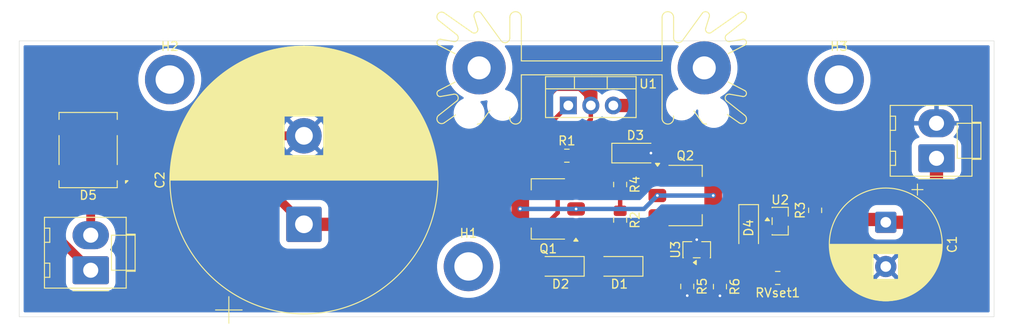
<source format=kicad_pcb>
(kicad_pcb (version 20241229) (generator "pcbnew") (generator_version "9.0")
  (layers (0 "F.Cu" signal) (2 "B.Cu" signal) (13 "F.Paste" user) (15 "B.Paste" user) (5 "F.SilkS" user "F.Silkscreen") (7 "B.SilkS" user "B.Silkscreen") (1 "F.Mask" user) (3 "B.Mask" user) (25 "Edge.Cuts" user))
  (net 0 "")
  (net 1 "Net-(D1-K)")
  (net 2 "Net-(D1-A)")
  (net 3 "Net-(D2-A)")
  (net 4 "Net-(D3-K)")
  (net 5 "GND")
  (net 6 "Net-(D4-K)")
  (net 7 "Net-(D4-A)")
  (net 8 "Net-(Q1-E)")
  (net 9 "Net-(Q2-E)")
  (net 10 "Net-(R2-Pad1)")
  (net 11 "Net-(U1-S)")
  (net 12 "Net-(R6-Pad1)")
  (net 13 "Net-(J1-Pin_2)")
  (net 14 "Net-(J1-Pin_1)")
  (footprint "Capacitor_SMD:C_0805_2012Metric_Pad1.18x1.45mm_HandSolder" (layer "F.Cu") (at 161.1 109.27 -90)
    (property "Reference" "R6" (at 0 -1.68 90) (layer "F.SilkS"))
    (property "Value" "7K5")
    (pad "1" smd roundrect (at -1.0375 0 270) (size 1.175 1.45) (layers "F.Cu" "F.Mask" "F.Paste") (roundrect_rratio 0.212766) (net 12 "Net-(R6-Pad1)"))
    (pad "2" smd roundrect (at 1.0375 0 270) (size 1.175 1.45) (layers "F.Cu" "F.Mask" "F.Paste") (roundrect_rratio 0.212766) (net 5 "GND"))
  )
  (footprint "Package_TO_SOT_SMD:SOT-223-3_TabPin2" (layer "F.Cu") (at 157.19 98.9775)
    (property "Reference" "Q2" (at 0 -4.5 0) (layer "F.SilkS"))
    (property "Value" "FZT458QTA")
    (pad "1" smd roundrect (at -3.15 -2.3) (size 2 1.5) (layers "F.Cu" "F.Mask" "F.Paste") (net 4 "Net-(D3-K)"))
    (pad "2" smd roundrect (at -3.15 0) (size 2 1.5) (layers "F.Cu" "F.Mask" "F.Paste") (net 6 "Net-(D4-K)"))
    (pad "2" smd roundrect (at 3.15 0) (size 2 3.8) (layers "F.Cu" "F.Mask" "F.Paste") (net 6 "Net-(D4-K)"))
    (pad "3" smd roundrect (at -3.15 2.3) (size 2 1.5) (layers "F.Cu" "F.Mask" "F.Paste") (net 9 "Net-(Q2-E)"))
  )
  (footprint "MountingHole:MountingHole_3.2mm_M3_DIN965_Pad" (layer "F.Cu") (at 174.54 85.87)
    (property "Reference" "H3" (at 0 -3.75 0) (layer "F.SilkS"))
    (property "Value" "MountingHole_Pad" (hide yes))
    (pad "1" thru_hole circle (at 0 0) (size 5.6 5.6) (drill 3.2) (layers "*.Cu" "*.Mask"))
  )
  (footprint "MountingHole:MountingHole_3mm" (layer "F.Cu") (at 132.8 89.67)
    (property "Reference" "H5" (hide yes))
    (property "Value" "MountingHole" (hide yes))
    (pad "" np_thru_hole circle (at 0 0) (size 3 3) (drill 3) (layers "*.Cu" "*.Mask"))
  )
  (footprint "Capacitor_THT:CP_Radial_D30.0mm_P10.00mm_SnapIn" (layer "F.Cu") (at 114.16 102.227935 90)
    (property "Reference" "C2" (at 5 -16.25 90) (layer "F.SilkS"))
    (property "Value" "100u")
    (pad "1" thru_hole roundrect (at 0 0 90) (size 4 4) (drill 2) (layers "*.Cu" "*.Mask") (roundrect_rratio 0.0625) (net 3 "Net-(D2-A)"))
    (pad "2" thru_hole circle (at 10 0 90) (size 4 4) (drill 2) (layers "*.Cu" "*.Mask") (net 5 "GND"))
  )
  (footprint "MountingHole:MountingHole_3mm" (layer "F.Cu") (at 136.58 88.78)
    (property "Reference" "H6" (hide yes))
    (property "Value" "MountingHole" (hide yes))
    (pad "" np_thru_hole circle (at 0 0) (size 3 3) (drill 3) (layers "*.Cu" "*.Mask"))
  )
  (footprint "Diode_SMD:D_MiniMELF" (layer "F.Cu") (at 151.5625 94.18)
    (property "Reference" "D3" (at 0 -2 0) (layer "F.SilkS"))
    (property "Value" "TLZ10D-GS08")
    (pad "1" smd roundrect (at -1.75 0) (size 1.3 1.7) (layers "F.Cu" "F.Mask" "F.Paste") (roundrect_rratio 0.1923076923) (net 4 "Net-(D3-K)"))
    (pad "2" smd roundrect (at 1.75 0) (size 1.3 1.7) (layers "F.Cu" "F.Mask" "F.Paste") (roundrect_rratio 0.1923076923) (net 5 "GND"))
  )
  (footprint "MountingHole:MountingHole_3mm" (layer "F.Cu") (at 156.77 88.74)
    (property "Reference" "H8" (hide yes))
    (property "Value" "MountingHole" (hide yes))
    (pad "" np_thru_hole circle (at 0 0) (size 3 3) (drill 3) (layers "*.Cu" "*.Mask"))
  )
  (footprint "Capacitor_SMD:C_0805_2012Metric_Pad1.18x1.45mm_HandSolder" (layer "F.Cu") (at 149.84 97.73 -90)
    (property "Reference" "R4" (at 0 -1.68 90) (layer "F.SilkS"))
    (property "Value" "470k")
    (pad "1" smd roundrect (at -1.0375 0 270) (size 1.175 1.45) (layers "F.Cu" "F.Mask" "F.Paste") (roundrect_rratio 0.212766) (net 4 "Net-(D3-K)"))
    (pad "2" smd roundrect (at 1.0375 0 270) (size 1.175 1.45) (layers "F.Cu" "F.Mask" "F.Paste") (roundrect_rratio 0.212766) (net 10 "Net-(R2-Pad1)"))
  )
  (footprint "Capacitor_SMD:C_0805_2012Metric_Pad1.18x1.45mm_HandSolder" (layer "F.Cu") (at 171.84 100.6475 90)
    (property "Reference" "R3" (at 0 -1.68 90) (layer "F.SilkS"))
    (property "Value" "47")
    (pad "1" smd roundrect (at -1.0375 0 90) (size 1.175 1.45) (layers "F.Cu" "F.Mask" "F.Paste") (roundrect_rratio 0.212766) (net 7 "Net-(D4-A)"))
    (pad "2" smd roundrect (at 1.0375 0 90) (size 1.175 1.45) (layers "F.Cu" "F.Mask" "F.Paste") (roundrect_rratio 0.212766) (net 11 "Net-(U1-S)"))
  )
  (footprint "MountingHole:MountingHole_3mm" (layer "F.Cu") (at 160.4 89.58)
    (property "Reference" "H7" (hide yes))
    (property "Value" "MountingHole" (hide yes))
    (pad "" np_thru_hole circle (at 0 0) (size 3 3) (drill 3) (layers "*.Cu" "*.Mask"))
  )
  (footprint "Connector_Molex:Molex_KK-396_A-41791-0002_1x02_P3.96mm_Vertical" (layer "F.Cu") (at 185.535 94.77 90)
    (property "Reference" "J2" (hide yes))
    (property "Value" "Conn_01x02_Pin" (hide yes))
    (pad "1" thru_hole roundrect (at 0 0 90) (size 3.16 4.1) (drill 1.7) (layers "*.Cu" "*.Mask") (roundrect_rratio 0.079114) (net 7 "Net-(D4-A)"))
    (pad "2" thru_hole oval (at 3.96 0 90) (size 3.16 4.1) (drill 1.7) (layers "*.Cu" "*.Mask") (net 5 "GND"))
  )
  (footprint "MountingHole:MountingHole_3.2mm_M3_DIN965_Pad" (layer "F.Cu") (at 132.73 106.99)
    (property "Reference" "H1" (at 0 -3.75 0) (layer "F.SilkS"))
    (property "Value" "MountingHole_Pad" (hide yes))
    (pad "1" thru_hole circle (at 0 0) (size 5.6 5.6) (drill 3.2) (layers "*.Cu" "*.Mask"))
  )
  (footprint "Diode_SMD:D_MiniMELF" (layer "F.Cu") (at 143.12 106.98 180)
    (property "Reference" "D2" (at 0 -2 0) (layer "F.SilkS"))
    (property "Value" "LL4148-GS08")
    (pad "1" smd roundrect (at -1.75 0 180) (size 1.3 1.7) (layers "F.Cu" "F.Mask" "F.Paste") (roundrect_rratio 0.1923076923) (net 2 "Net-(D1-A)"))
    (pad "2" smd roundrect (at 1.75 0 180) (size 1.3 1.7) (layers "F.Cu" "F.Mask" "F.Paste") (roundrect_rratio 0.1923076923) (net 3 "Net-(D2-A)"))
  )
  (footprint "Package_TO_SOT_THT:TO-220-3_Vertical" (layer "F.Cu") (at 143.99 88.8)
    (property "Reference" "U1" (at 9.01 -2.44 0) (layer "F.SilkS"))
    (property "Value" "IRFB9N60APBF")
    (pad "1" thru_hole rect (at 0 0) (size 1.905 2) (drill 1.1) (layers "*.Cu" "*.Mask") (net 6 "Net-(D4-K)"))
    (pad "2" thru_hole oval (at 2.54 0) (size 1.905 2) (drill 1.1) (layers "*.Cu" "*.Mask") (net 3 "Net-(D2-A)"))
    (pad "3" thru_hole oval (at 5.08 0) (size 1.905 2) (drill 1.1) (layers "*.Cu" "*.Mask") (net 11 "Net-(U1-S)"))
  )
  (footprint "Diode_SMD:D_MiniMELF" (layer "F.Cu") (at 164.34 102.6625 -90)
    (property "Reference" "D4" (at -0.0225 0 90) (layer "F.SilkS"))
    (property "Value" "TLZ10D-GS08")
    (pad "1" smd roundrect (at -1.75 0 270) (size 1.3 1.7) (layers "F.Cu" "F.Mask" "F.Paste") (roundrect_rratio 0.1923076923) (net 6 "Net-(D4-K)"))
    (pad "2" smd roundrect (at 1.75 0 270) (size 1.3 1.7) (layers "F.Cu" "F.Mask" "F.Paste") (roundrect_rratio 0.1923076923) (net 7 "Net-(D4-A)"))
  )
  (footprint "Capacitor_SMD:C_0805_2012Metric_Pad1.18x1.45mm_HandSolder" (layer "F.Cu") (at 167.62 108.29 180)
    (property "Reference" "RVset1" (at 0 -1.68 0) (layer "F.SilkS"))
    (property "Value" "360k")
    (pad "1" smd roundrect (at -1.0375 0 180) (size 1.175 1.45) (layers "F.Cu" "F.Mask" "F.Paste") (roundrect_rratio 0.212766) (net 7 "Net-(D4-A)"))
    (pad "2" smd roundrect (at 1.0375 0 180) (size 1.175 1.45) (layers "F.Cu" "F.Mask" "F.Paste") (roundrect_rratio 0.212766) (net 12 "Net-(R6-Pad1)"))
  )
  (footprint "Diode_SMD:D_MiniMELF" (layer "F.Cu") (at 149.7475 106.98 180)
    (property "Reference" "D1" (at 0 -2 0) (layer "F.SilkS"))
    (property "Value" "LL4148-GS08")
    (pad "1" smd roundrect (at -1.75 0 180) (size 1.3 1.7) (layers "F.Cu" "F.Mask" "F.Paste") (roundrect_rratio 0.1923076923) (net 1 "Net-(D1-K)"))
    (pad "2" smd roundrect (at 1.75 0 180) (size 1.3 1.7) (layers "F.Cu" "F.Mask" "F.Paste") (roundrect_rratio 0.1923076923) (net 2 "Net-(D1-A)"))
  )
  (footprint "Capacitor_SMD:C_0805_2012Metric_Pad1.18x1.45mm_HandSolder" (layer "F.Cu") (at 149.84 101.74 -90)
    (property "Reference" "R2" (at 0 -1.68 90) (layer "F.SilkS"))
    (property "Value" "470k")
    (pad "1" smd roundrect (at -1.0375 0 270) (size 1.175 1.45) (layers "F.Cu" "F.Mask" "F.Paste") (roundrect_rratio 0.212766) (net 10 "Net-(R2-Pad1)"))
    (pad "2" smd roundrect (at 1.0375 0 270) (size 1.175 1.45) (layers "F.Cu" "F.Mask" "F.Paste") (roundrect_rratio 0.212766) (net 1 "Net-(D1-K)"))
  )
  (footprint "Capacitor_THT:CP_Radial_D12.5mm_P5.00mm" (layer "F.Cu") (at 179.81 102 -90)
    (property "Reference" "C1" (at 2.5 -7.5 90) (layer "F.SilkS"))
    (property "Value" "10u")
    (pad "1" thru_hole roundrect (at 0 0 270) (size 2.4 2.4) (drill 1.2) (layers "*.Cu" "*.Mask") (roundrect_rratio 0.104167) (net 7 "Net-(D4-A)"))
    (pad "2" thru_hole circle (at 5 0 270) (size 2.4 2.4) (drill 1.2) (layers "*.Cu" "*.Mask") (net 5 "GND"))
  )
  (footprint "Heatsink:Heatsink_AAVID_Extruded_531102B02100G_34.9x12.7mm_H38.1mm" (layer "F.Cu") (at 146.63 84.55)
    (property "Reference" "HS1" (hide yes))
    (property "Value" "531102B02100G")
    (pad "1" thru_hole circle (at -12.7 0) (size 6 6) (drill 2.6) (layers "*.Cu" "*.Mask"))
    (pad "1" thru_hole circle (at 12.7 0) (size 6 6) (drill 2.6) (layers "*.Cu" "*.Mask"))
  )
  (footprint "Connector_Molex:Molex_KK-396_A-41791-0002_1x02_P3.96mm_Vertical" (layer "F.Cu") (at 90.1 107.42 90)
    (property "Reference" "J1" (hide yes))
    (property "Value" "Conn_01x02_Pin")
    (pad "1" thru_hole roundrect (at 0 0 90) (size 3.16 4.1) (drill 1.7) (layers "*.Cu" "*.Mask") (roundrect_rratio 0.079114) (net 14 "Net-(J1-Pin_1)"))
    (pad "2" thru_hole oval (at 3.96 0 90) (size 3.16 4.1) (drill 1.7) (layers "*.Cu" "*.Mask") (net 13 "Net-(J1-Pin_2)"))
  )
  (footprint "MountingHole:MountingHole_3.2mm_M3_DIN965_Pad" (layer "F.Cu") (at 99.02 85.87)
    (property "Reference" "H2" (at 0 -3.75 0) (layer "F.SilkS"))
    (property "Value" "MountingHole_Pad" (hide yes))
    (pad "1" thru_hole circle (at 0 0) (size 5.6 5.6) (drill 3.2) (layers "*.Cu" "*.Mask"))
  )
  (footprint "Package_TO_SOT_SMD:SOT-23-3" (layer "F.Cu") (at 167.8975 101.87)
    (property "Reference" "U2" (at 0 -2.4 0) (layer "F.SilkS"))
    (property "Value" "LM431ACM3_NOPB")
    (pad "1" smd roundrect (at -1.1375 -0.95) (size 1.325 0.6) (layers "F.Cu" "F.Mask" "F.Paste") (net 6 "Net-(D4-K)"))
    (pad "2" smd roundrect (at -1.1375 0.95) (size 1.325 0.6) (layers "F.Cu" "F.Mask" "F.Paste") (net 11 "Net-(U1-S)"))
    (pad "3" smd roundrect (at 1.1375 0) (size 1.325 0.6) (layers "F.Cu" "F.Mask" "F.Paste") (net 7 "Net-(D4-A)"))
  )
  (footprint "Diode_SMD:Diode_Bridge_OnSemi_SDIP-4L" (layer "F.Cu") (at 89.81 93.84 180)
    (property "Reference" "D5" (at 0 -5.1 0) (layer "F.SilkS"))
    (property "Value" "DF06S")
    (pad "1" smd rect (at -4.45 -2.55 180) (size 1.5 1.3) (layers "F.Cu" "F.Mask" "F.Paste") (net 3 "Net-(D2-A)"))
    (pad "2" smd rect (at -4.45 2.55 180) (size 1.5 1.3) (layers "F.Cu" "F.Mask" "F.Paste") (net 5 "GND"))
    (pad "3" smd rect (at 4.45 2.55 180) (size 1.5 1.3) (layers "F.Cu" "F.Mask" "F.Paste") (net 13 "Net-(J1-Pin_2)"))
    (pad "4" smd rect (at 4.45 -2.55 180) (size 1.5 1.3) (layers "F.Cu" "F.Mask" "F.Paste") (net 14 "Net-(J1-Pin_1)"))
  )
  (footprint "Capacitor_SMD:C_0805_2012Metric_Pad1.18x1.45mm_HandSolder" (layer "F.Cu") (at 143.8275 94.4725)
    (property "Reference" "R1" (at 0 -1.68 0) (layer "F.SilkS"))
    (property "Value" "390")
    (pad "1" smd roundrect (at -1.0375 0) (size 1.175 1.45) (layers "F.Cu" "F.Mask" "F.Paste") (roundrect_rratio 0.212766) (net 3 "Net-(D2-A)"))
    (pad "2" smd roundrect (at 1.0375 0) (size 1.175 1.45) (layers "F.Cu" "F.Mask" "F.Paste") (roundrect_rratio 0.212766) (net 8 "Net-(Q1-E)"))
  )
  (footprint "Capacitor_SMD:C_0805_2012Metric_Pad1.18x1.45mm_HandSolder" (layer "F.Cu") (at 157.41 109.25 -90)
    (property "Reference" "R5" (at 0 -1.68 90) (layer "F.SilkS"))
    (property "Value" "16k")
    (pad "1" smd roundrect (at -1.0375 0 270) (size 1.175 1.45) (layers "F.Cu" "F.Mask" "F.Paste") (roundrect_rratio 0.212766) (net 9 "Net-(Q2-E)"))
    (pad "2" smd roundrect (at 1.0375 0 270) (size 1.175 1.45) (layers "F.Cu" "F.Mask" "F.Paste") (roundrect_rratio 0.212766) (net 5 "GND"))
  )
  (footprint "Package_TO_SOT_SMD:SOT-223-3_TabPin2" (layer "F.Cu") (at 141.7175 100.4925 180)
    (property "Reference" "Q1" (at 0 -4.5 0) (layer "F.SilkS"))
    (property "Value" "FZT558TA")
    (pad "1" smd roundrect (at -3.15 -2.3 180) (size 2 1.5) (layers "F.Cu" "F.Mask" "F.Paste") (net 1 "Net-(D1-K)"))
    (pad "2" smd roundrect (at -3.15 0 180) (size 2 1.5) (layers "F.Cu" "F.Mask" "F.Paste") (net 6 "Net-(D4-K)"))
    (pad "2" smd roundrect (at 3.15 0 180) (size 2 3.8) (layers "F.Cu" "F.Mask" "F.Paste") (net 6 "Net-(D4-K)"))
    (pad "3" smd roundrect (at -3.15 2.3 180) (size 2 1.5) (layers "F.Cu" "F.Mask" "F.Paste") (net 8 "Net-(Q1-E)"))
  )
  (footprint "Package_TO_SOT_SMD:SOT-23-3" (layer "F.Cu") (at 158.48 105.1 90)
    (property "Reference" "U3" (at 0 -2.4 90) (layer "F.SilkS"))
    (property "Value" "LM431ACM3_NOPB")
    (pad "1" smd roundrect (at -1.1375 -0.95 90) (size 1.325 0.6) (layers "F.Cu" "F.Mask" "F.Paste") (net 9 "Net-(Q2-E)"))
    (pad "2" smd roundrect (at -1.1375 0.95 90) (size 1.325 0.6) (layers "F.Cu" "F.Mask" "F.Paste") (net 12 "Net-(R6-Pad1)"))
    (pad "3" smd roundrect (at 1.1375 0 90) (size 1.325 0.6) (layers "F.Cu" "F.Mask" "F.Paste") (net 5 "GND"))
  )
  (gr_rect (start 82.03 81.5) (end 192.03 112.68) (stroke (width 0.05)) (fill no) (layer "Edge.Cuts"))
  (segment (start 149.84 102.7775) (end 144.8825 102.7775) (width 0.5) (layer "F.Cu") (net 1))
  (segment (start 149.84 105.3225) (end 151.4975 106.98) (width 0.5) (layer "F.Cu") (net 1))
  (segment (start 144.8825 102.7775) (end 144.8675 102.7925) (width 0.5) (layer "F.Cu") (net 1))
  (segment (start 149.84 102.7775) (end 149.84 105.3225) (width 0.5) (layer "F.Cu") (net 1))
  (segment (start 144.87 106.98) (end 147.9975 106.98) (width 0.5) (layer "F.Cu") (net 2))
  (segment (start 146.53 87.4855) (end 146.53 88.8) (width 1.5) (layer "F.Cu") (net 3))
  (segment (start 108.322065 96.39) (end 114.16 102.227935) (width 1) (layer "F.Cu") (net 3))
  (segment (start 136.886948 92.01) (end 138.66 92.01) (width 1.5) (layer "F.Cu") (net 3))
  (segment (start 142.38 86.41) (end 145.4545 86.41) (width 1.5) (layer "F.Cu") (net 3))
  (segment (start 146.53 88.8) (end 146.53 90.35) (width 0.5) (layer "F.Cu") (net 3))
  (segment (start 142.79 100.93) (end 141.37 102.35) (width 0.5) (layer "F.Cu") (net 3))
  (segment (start 141.15 87.64) (end 142.38 86.41) (width 1.5) (layer "F.Cu") (net 3))
  (segment (start 141.37 102.35) (end 141.37 106.98) (width 0.5) (layer "F.Cu") (net 3))
  (segment (start 114.16 102.227935) (end 126.669013 102.227935) (width 1.5) (layer "F.Cu") (net 3))
  (segment (start 145.4545 86.41) (end 146.53 87.4855) (width 1.5) (layer "F.Cu") (net 3))
  (segment (start 142.79 94.09) (end 142.79 94.4725) (width 0.5) (layer "F.Cu") (net 3))
  (segment (start 138.66 92.01) (end 141.15 89.52) (width 1.5) (layer "F.Cu") (net 3))
  (segment (start 126.669013 102.227935) (end 136.886948 92.01) (width 1.5) (layer "F.Cu") (net 3))
  (segment (start 94.26 96.39) (end 108.322065 96.39) (width 1) (layer "F.Cu") (net 3))
  (segment (start 142.79 100.93) (end 142.79 94.4725) (width 0.5) (layer "F.Cu") (net 3))
  (segment (start 141.15 89.52) (end 141.15 87.64) (width 1.5) (layer "F.Cu") (net 3))
  (segment (start 146.53 90.35) (end 142.79 94.09) (width 0.5) (layer "F.Cu") (net 3))
  (segment (start 154.025 96.6925) (end 154.04 96.6775) (width 0.5) (layer "F.Cu") (net 4))
  (segment (start 149.84 96.6925) (end 149.84 94.2075) (width 0.5) (layer "F.Cu") (net 4))
  (segment (start 149.8425 97.11) (end 149.83 97.1225) (width 0.5) (layer "F.Cu") (net 4))
  (segment (start 149.84 96.6925) (end 154.025 96.6925) (width 0.5) (layer "F.Cu") (net 4))
  (segment (start 149.84 94.2075) (end 149.8125 94.18) (width 0.5) (layer "F.Cu") (net 4))
  (segment (start 95.197935 92.227935) (end 94.26 91.29) (width 1) (layer "F.Cu") (net 5))
  (segment (start 114.16 92.227935) (end 95.197935 92.227935) (width 1) (layer "F.Cu") (net 5))
  (via (at 158.48 103.9625) (size 0.6) (drill 0.3) (layers "F.Cu" "B.Cu") (net 5))
  (via (at 157.41 110.2875) (size 0.6) (drill 0.3) (layers "F.Cu" "B.Cu") (net 5))
  (via (at 161.1 110.3075) (size 0.6) (drill 0.3) (layers "F.Cu" "B.Cu") (net 5))
  (via (at 153.3125 94.18) (size 0.6) (drill 0.3) (layers "F.Cu" "B.Cu") (net 5))
  (segment (start 164.34 100.9125) (end 162.275 100.9125) (width 0.5) (layer "F.Cu") (net 6))
  (segment (start 138.5675 94.2225) (end 138.5675 100.4925) (width 0.5) (layer "F.Cu") (net 6))
  (segment (start 162.275 100.9125) (end 160.34 98.9775) (width 0.5) (layer "F.Cu") (net 6))
  (segment (start 166.7525 100.9125) (end 166.76 100.92) (width 0.5) (layer "F.Cu") (net 6))
  (segment (start 138.5575 100.4825) (end 138.5675 100.4925) (width 0.5) (layer "F.Cu") (net 6))
  (segment (start 143.99 88.8) (end 138.5675 94.2225) (width 0.5) (layer "F.Cu") (net 6))
  (segment (start 164.34 100.9125) (end 166.7525 100.9125) (width 0.5) (layer "F.Cu") (net 6))
  (via (at 138.5575 100.4825) (size 0.6) (drill 0.3) (layers "F.Cu" "B.Cu") (net 6))
  (via (at 154.04 98.9775) (size 0.6) (drill 0.3) (layers "F.Cu" "B.Cu") (net 6))
  (via (at 160.34 98.9775) (size 0.6) (drill 0.3) (layers "F.Cu" "B.Cu") (net 6))
  (via (at 144.8675 100.4925) (size 0.6) (drill 0.3) (layers "F.Cu" "B.Cu") (net 6))
  (segment (start 144.8675 100.4925) (end 152.525 100.4925) (width 0.5) (layer "B.Cu") (net 6))
  (segment (start 138.5675 100.4925) (end 144.8675 100.4925) (width 0.5) (layer "B.Cu") (net 6))
  (segment (start 154.04 98.9775) (end 160.34 98.9775) (width 0.5) (layer "B.Cu") (net 6))
  (segment (start 138.5575 100.4825) (end 138.5675 100.4925) (width 0.5) (layer "B.Cu") (net 6))
  (segment (start 152.525 100.4925) (end 154.04 98.9775) (width 0.5) (layer "B.Cu") (net 6))
  (segment (start 179.81 102) (end 183.24 102) (width 1.5) (layer "F.Cu") (net 7))
  (segment (start 185.535 99.705) (end 185.535 94.77) (width 1.5) (layer "F.Cu") (net 7))
  (segment (start 171.84 101.685) (end 169.22 101.685) (width 0.5) (layer "F.Cu") (net 7))
  (segment (start 167.63 104.4) (end 169.035 102.995) (width 0.5) (layer "F.Cu") (net 7))
  (segment (start 164.34 104.4125) (end 166.792499 104.4125) (width 0.5) (layer "F.Cu") (net 7))
  (segment (start 171.84 101.685) (end 179.495 101.685) (width 1.5) (layer "F.Cu") (net 7))
  (segment (start 179.495 101.685) (end 179.81 102) (width 1) (layer "F.Cu") (net 7))
  (segment (start 172.105 101.95) (end 171.84 101.685) (width 0.5) (layer "F.Cu") (net 7))
  (segment (start 166.792499 104.4125) (end 166.804999 104.4) (width 0.5) (layer "F.Cu") (net 7))
  (segment (start 169.035 102.995) (end 169.035 101.87) (width 0.5) (layer "F.Cu") (net 7))
  (segment (start 183.24 102) (end 185.535 99.705) (width 1.5) (layer "F.Cu") (net 7))
  (segment (start 166.804999 104.4) (end 167.63 104.4) (width 0.5) (layer "F.Cu") (net 7))
  (segment (start 171.84 101.685) (end 171.84 105.1075) (width 0.5) (layer "F.Cu") (net 7))
  (segment (start 171.84 105.1075) (end 168.6575 108.29) (width 0.5) (layer "F.Cu") (net 7))
  (segment (start 169.22 101.685) (end 169.035 101.87) (width 0.5) (layer "F.Cu") (net 7))
  (segment (start 144.865 98.19) (end 144.8675 98.1925) (width 0.5) (layer "F.Cu") (net 8))
  (segment (start 144.865 94.4725) (end 144.865 98.19) (width 0.5) (layer "F.Cu") (net 8))
  (segment (start 157.415 108.28) (end 157.415 106.3525) (width 0.5) (layer "F.Cu") (net 9))
  (segment (start 154.04 101.2775) (end 154.04 106.0825) (width 0.5) (layer "F.Cu") (net 9))
  (segment (start 155.1 107.1425) (end 156.2375 108.28) (width 0.5) (layer "F.Cu") (net 9))
  (segment (start 157.415 106.3525) (end 157.53 106.2375) (width 0.5) (layer "F.Cu") (net 9))
  (segment (start 154.04 106.0825) (end 155.1 107.1425) (width 0.5) (layer "F.Cu") (net 9))
  (segment (start 156.2375 108.28) (end 157.415 108.28) (width 0.5) (layer "F.Cu") (net 9))
  (segment (start 149.84 98.7675) (end 149.84 100.7025) (width 0.5) (layer "F.Cu") (net 10))
  (segment (start 169.7784 99.61) (end 166.76 102.6284) (width 0.5) (layer "F.Cu") (net 11))
  (segment (start 156.08 93.77) (end 163.84 93.77) (width 1.5) (layer "F.Cu") (net 11))
  (segment (start 169.68 99.61) (end 171.84 99.61) (width 1.5) (layer "F.Cu") (net 11))
  (segment (start 166.76 102.6284) (end 166.76 102.82) (width 0.5) (layer "F.Cu") (net 11))
  (segment (start 149.07 88.8) (end 151.11 88.8) (width 1.5) (layer "F.Cu") (net 11))
  (segment (start 163.84 93.77) (end 169.68 99.61) (width 1.5) (layer "F.Cu") (net 11))
  (segment (start 151.11 88.8) (end 156.08 93.77) (width 1.5) (layer "F.Cu") (net 11))
  (segment (start 159.43 106.5625) (end 161.1 108.2325) (width 0.5) (layer "F.Cu") (net 12))
  (segment (start 166.525 108.2325) (end 166.5825 108.29) (width 0.5) (layer "F.Cu") (net 12))
  (segment (start 159.43 106.2375) (end 159.43 106.5625) (width 0.5) (layer "F.Cu") (net 12))
  (segment (start 161.1 108.2325) (end 166.525 108.2325) (width 0.5) (layer "F.Cu") (net 12))
  (segment (start 85.36 91.29) (end 90.1 96.03) (width 1) (layer "F.Cu") (net 13))
  (segment (start 90.1 96.03) (end 90.1 103.46) (width 1) (layer "F.Cu") (net 13))
  (segment (start 85.36 102.68) (end 90.1 107.42) (width 1) (layer "F.Cu") (net 14))
  (segment (start 85.36 96.39) (end 85.36 102.68) (width 1) (layer "F.Cu") (net 14))
  (zone (net 5) (net_name "GND") (layer "B.Cu") (connect_pads (clearance 0.75)) (min_thickness 0.25) (fill yes (thermal_gap 0.5) (thermal_bridge_width 0.5))
    (polygon (pts (xy 82.78 76.93) (xy 195.425992 76.995992) (xy 194.435758 114.28) (xy 79.863749 114.28) (xy 80.644027 76.88) (xy 82.03 76.91)))
  )
)
</source>
